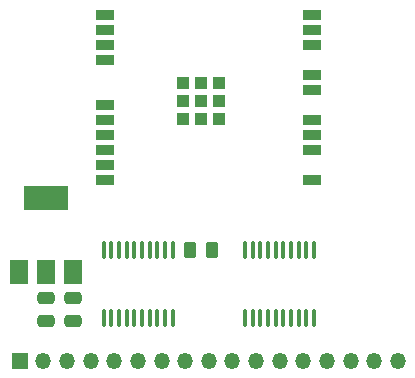
<source format=gbr>
%TF.GenerationSoftware,KiCad,Pcbnew,(6.0.8)*%
%TF.CreationDate,2023-05-25T13:10:06+01:00*%
%TF.ProjectId,BlueRetro_Universal_HW1,426c7565-5265-4747-926f-5f556e697665,rev?*%
%TF.SameCoordinates,Original*%
%TF.FileFunction,Paste,Top*%
%TF.FilePolarity,Positive*%
%FSLAX46Y46*%
G04 Gerber Fmt 4.6, Leading zero omitted, Abs format (unit mm)*
G04 Created by KiCad (PCBNEW (6.0.8)) date 2023-05-25 13:10:06*
%MOMM*%
%LPD*%
G01*
G04 APERTURE LIST*
G04 Aperture macros list*
%AMRoundRect*
0 Rectangle with rounded corners*
0 $1 Rounding radius*
0 $2 $3 $4 $5 $6 $7 $8 $9 X,Y pos of 4 corners*
0 Add a 4 corners polygon primitive as box body*
4,1,4,$2,$3,$4,$5,$6,$7,$8,$9,$2,$3,0*
0 Add four circle primitives for the rounded corners*
1,1,$1+$1,$2,$3*
1,1,$1+$1,$4,$5*
1,1,$1+$1,$6,$7*
1,1,$1+$1,$8,$9*
0 Add four rect primitives between the rounded corners*
20,1,$1+$1,$2,$3,$4,$5,0*
20,1,$1+$1,$4,$5,$6,$7,0*
20,1,$1+$1,$6,$7,$8,$9,0*
20,1,$1+$1,$8,$9,$2,$3,0*%
G04 Aperture macros list end*
%ADD10RoundRect,0.100000X-0.100000X0.637500X-0.100000X-0.637500X0.100000X-0.637500X0.100000X0.637500X0*%
%ADD11RoundRect,0.250000X-0.262500X-0.450000X0.262500X-0.450000X0.262500X0.450000X-0.262500X0.450000X0*%
%ADD12RoundRect,0.250000X-0.475000X0.250000X-0.475000X-0.250000X0.475000X-0.250000X0.475000X0.250000X0*%
%ADD13R,1.350000X1.350000*%
%ADD14O,1.350000X1.350000*%
%ADD15R,1.500000X0.900000*%
%ADD16R,1.050000X1.050000*%
%ADD17R,1.500000X2.000000*%
%ADD18R,3.800000X2.000000*%
G04 APERTURE END LIST*
D10*
%TO.C,U3*%
X145768600Y-60002500D03*
X145118600Y-60002500D03*
X144468600Y-60002500D03*
X143818600Y-60002500D03*
X143168600Y-60002500D03*
X142518600Y-60002500D03*
X141868600Y-60002500D03*
X141218600Y-60002500D03*
X140568600Y-60002500D03*
X139918600Y-60002500D03*
X139918600Y-65727500D03*
X140568600Y-65727500D03*
X141218600Y-65727500D03*
X141868600Y-65727500D03*
X142518600Y-65727500D03*
X143168600Y-65727500D03*
X143818600Y-65727500D03*
X144468600Y-65727500D03*
X145118600Y-65727500D03*
X145768600Y-65727500D03*
%TD*%
D11*
%TO.C,R1*%
X147220300Y-59965000D03*
X149045300Y-59965000D03*
%TD*%
D12*
%TO.C,C2*%
X135026400Y-64065000D03*
X135026400Y-65965000D03*
%TD*%
D13*
%TO.C,J1*%
X132818600Y-69367400D03*
D14*
X134818600Y-69367400D03*
X136818600Y-69367400D03*
X138818600Y-69367400D03*
X140818600Y-69367400D03*
X142818600Y-69367400D03*
X144818600Y-69367400D03*
X146818600Y-69367400D03*
X148818600Y-69367400D03*
X150818600Y-69367400D03*
X152818600Y-69367400D03*
X154818600Y-69367400D03*
X156818600Y-69367400D03*
X158818600Y-69367400D03*
X160818600Y-69367400D03*
X162818600Y-69367400D03*
X164818600Y-69367400D03*
%TD*%
D15*
%TO.C,U2*%
X140068600Y-40035400D03*
X140068600Y-41305400D03*
X140068600Y-42575400D03*
X140068600Y-43845400D03*
X140068600Y-47655400D03*
X140068600Y-48925400D03*
X140068600Y-50195400D03*
X140068600Y-51465400D03*
X140068600Y-52735400D03*
X140068600Y-54005400D03*
X157568600Y-54005400D03*
X157568600Y-51465400D03*
X157568600Y-50195400D03*
X157568600Y-48925400D03*
X157568600Y-46385400D03*
X157568600Y-45115400D03*
X157568600Y-42575400D03*
X157568600Y-41305400D03*
X157568600Y-40035400D03*
D16*
X149663600Y-48900400D03*
X146613600Y-48900400D03*
X146613600Y-45850400D03*
X146613600Y-47375400D03*
X149663600Y-47375400D03*
X148138600Y-47375400D03*
X149663600Y-45850400D03*
X148138600Y-45850400D03*
X148138600Y-48900400D03*
%TD*%
D10*
%TO.C,U4*%
X157718600Y-60002500D03*
X157068600Y-60002500D03*
X156418600Y-60002500D03*
X155768600Y-60002500D03*
X155118600Y-60002500D03*
X154468600Y-60002500D03*
X153818600Y-60002500D03*
X153168600Y-60002500D03*
X152518600Y-60002500D03*
X151868600Y-60002500D03*
X151868600Y-65727500D03*
X152518600Y-65727500D03*
X153168600Y-65727500D03*
X153818600Y-65727500D03*
X154468600Y-65727500D03*
X155118600Y-65727500D03*
X155768600Y-65727500D03*
X156418600Y-65727500D03*
X157068600Y-65727500D03*
X157718600Y-65727500D03*
%TD*%
D12*
%TO.C,C1*%
X137326400Y-64065000D03*
X137326400Y-65965000D03*
%TD*%
D17*
%TO.C,U1*%
X132726400Y-61849400D03*
D18*
X135026400Y-55549400D03*
D17*
X135026400Y-61849400D03*
X137326400Y-61849400D03*
%TD*%
M02*

</source>
